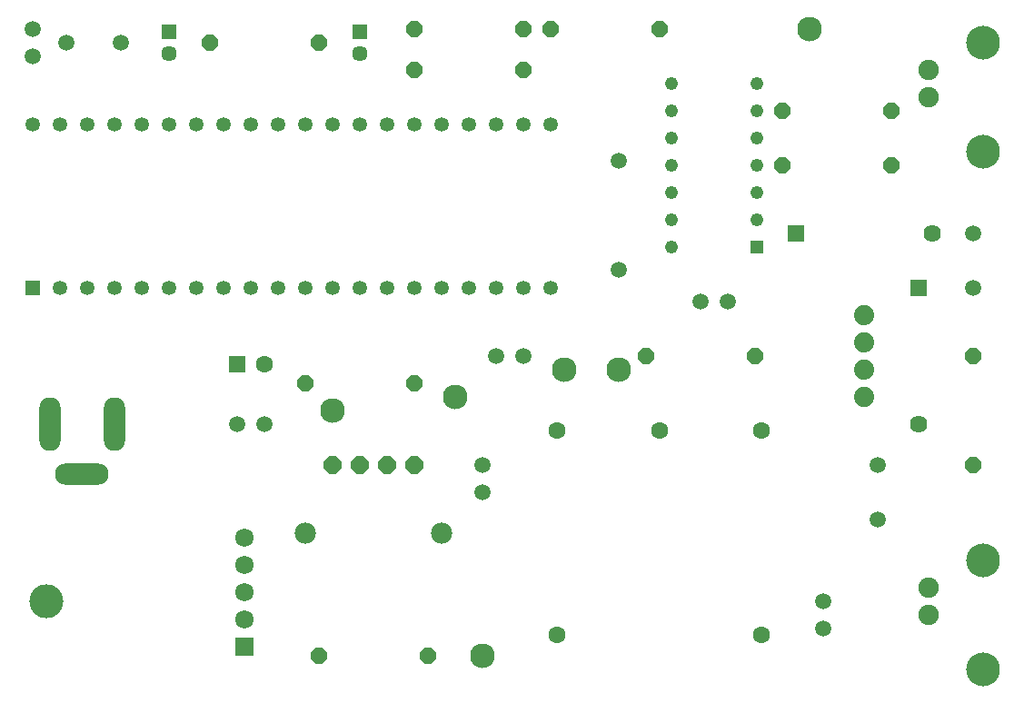
<source format=gbs>
G04 DipTrace 4.3.0.4*
G04 GPSDO_simple.GBS*
%MOIN*%
G04 #@! TF.FileFunction,Soldermask,Bot*
G04 #@! TF.Part,Single*
%AMOUTLINE0*
4,1,8,
0.012629,-0.030487,
-0.012629,-0.030487,
-0.030487,-0.012629,
-0.030487,0.012629,
-0.012629,0.030487,
0.012629,0.030487,
0.030487,0.012629,
0.030487,-0.012629,
0.012629,-0.030487,
0*%
%AMOUTLINE1*
4,1,8,
-0.012629,0.030487,
0.012629,0.030487,
0.030487,0.012629,
0.030487,-0.012629,
0.012629,-0.030487,
-0.012629,-0.030487,
-0.030487,-0.012629,
-0.030487,0.012629,
-0.012629,0.030487,
0*%
%AMOUTLINE2*
4,1,8,
-0.030487,-0.012629,
-0.030487,0.012629,
-0.012629,0.030487,
0.012629,0.030487,
0.030487,0.012629,
0.030487,-0.012629,
0.012629,-0.030487,
-0.012629,-0.030487,
-0.030487,-0.012629,
0*%
%AMOUTLINE3*
4,1,8,
-0.032455,-0.013444,
-0.032455,0.013444,
-0.013444,0.032455,
0.013444,0.032455,
0.032455,0.013444,
0.032455,-0.013444,
0.013444,-0.032455,
-0.013444,-0.032455,
-0.032455,-0.013444,
0*%
%ADD23O,0.07874X0.19685*%
%ADD24O,0.19685X0.07874*%
%ADD26C,0.059055*%
%ADD27R,0.05315X0.05315*%
%ADD35C,0.074016*%
%ADD36C,0.074*%
%ADD47C,0.078*%
%ADD48C,0.125*%
%ADD59C,0.067717*%
%ADD61R,0.067717X0.067717*%
%ADD63C,0.048819*%
%ADD65R,0.048819X0.048819*%
%ADD67C,0.05315*%
%ADD70C,0.090551*%
%ADD78C,0.063937*%
%ADD80R,0.063937X0.063937*%
%ADD82C,0.074803*%
%ADD84C,0.124016*%
%ADD86R,0.062992X0.062992*%
%ADD88C,0.057087*%
%ADD90R,0.057087X0.057087*%
%ADD91C,0.062992*%
%ADD98OUTLINE0*%
%ADD99OUTLINE1*%
%ADD100OUTLINE2*%
%ADD101OUTLINE3*%
%FSLAX26Y26*%
G04*
G70*
G90*
G75*
G01*
G04 BotMask*
%LPD*%
D23*
X812520Y1534764D3*
X576299D3*
D24*
X694409Y1349724D3*
D26*
X1362520Y1534765D3*
X1262520Y1534763D3*
X3062520Y1984764D3*
X2962520D3*
X2162520Y1384764D3*
Y1284764D3*
D90*
X1712517Y2974134D3*
D88*
X1712522Y2895394D3*
D90*
X1012518Y2974134D3*
D88*
X1012521Y2895394D3*
D26*
X3412521Y784764D3*
X3412519Y884764D3*
X512520Y2984764D3*
Y2884764D3*
X2212520Y1784764D3*
X2312520D3*
X837520Y2934766D3*
X637520Y2934762D3*
X3962516Y2234764D3*
X3962524Y2034764D3*
X3612516Y1384764D3*
X3612524Y1184764D3*
D91*
X1362520Y1753735D3*
D86*
X1262520D3*
D84*
X4000172Y2934753D3*
X4000277Y2534753D3*
D82*
X3800161Y2734747D3*
X3800269Y2834747D3*
D84*
X4000177Y1034764D3*
X4000272Y634764D3*
D82*
X3800161Y834764D3*
X3800272Y934764D3*
D26*
X2662520Y2102159D3*
Y2502159D3*
D80*
X3312520Y2234756D3*
D78*
X3812520Y2234771D3*
D80*
X3762520Y2034764D3*
D78*
Y1534764D3*
D91*
X2437520Y1509764D3*
X2812520D3*
X3187520D3*
X2437520Y759764D3*
X3187520D3*
D35*
X3562522Y1634764D3*
D36*
X3562521Y1734764D3*
X3562519Y1834764D3*
X3562517Y1934764D3*
D98*
X1512520Y1684764D3*
X1912520D3*
Y2984764D3*
X2312520D3*
X1162520Y2934764D3*
X1562520D3*
Y684764D3*
X1962520D3*
D99*
X3162520Y1784764D3*
X2762520D3*
X2812520Y2984768D3*
X2412520Y2984759D3*
D98*
X1912520Y2834764D3*
X2312520D3*
X3262520Y2484758D3*
X3662520Y2484770D3*
X3262520Y2684758D3*
X3662520Y2684770D3*
D100*
X3962520Y1784764D3*
Y1384764D3*
D70*
X2162520Y684764D3*
X2462520Y1734764D3*
X2062520Y1634764D3*
X3362520Y2984764D3*
X2662520Y1734764D3*
X1612520Y1584764D3*
D27*
X512520Y2034764D3*
D67*
X612520D3*
X712520D3*
X812520D3*
X912520D3*
X1012520D3*
X1112520D3*
X1212520D3*
X1312520D3*
X1412520D3*
X1512520D3*
X1612520D3*
X1712520D3*
X1812520D3*
X1912520D3*
X2012520D3*
X2112520D3*
X2212520D3*
X2312520D3*
X2412520D3*
Y2634764D3*
X2312520D3*
X2212520D3*
X2112520D3*
X2012520D3*
X1912520D3*
X1812520D3*
X1712520D3*
X1612520D3*
X1512520D3*
X1412520D3*
X1312520D3*
X1212520D3*
X1112520D3*
X1012520D3*
X912520D3*
X812520D3*
X712520D3*
X612520D3*
X512520D3*
D65*
X3168819Y2184764D3*
D63*
Y2284764D3*
Y2384764D3*
Y2484764D3*
Y2584764D3*
Y2684764D3*
Y2784764D3*
X2856220D3*
Y2684764D3*
Y2584764D3*
Y2484764D3*
Y2384764D3*
Y2284764D3*
Y2184764D3*
D101*
X1912520Y1384764D3*
X1812520D3*
X1712520D3*
X1612520D3*
D47*
X2012520Y1134764D3*
X1512520D3*
D61*
X1290018Y719213D3*
D59*
Y819213D3*
Y919213D3*
Y1019213D3*
Y1119213D3*
D48*
X562520Y884764D3*
M02*

</source>
